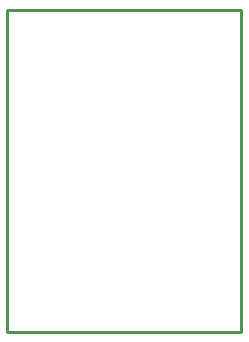
<source format=gko>
G04 Layer: BoardOutlineLayer*
G04 EasyEDA v6.4.31, 2022-02-03 12:49:45*
G04 a9be7c87d83144a3bb2ccb21b8cae2d4,a012b36b664746af8e538b06cf3162c4,10*
G04 Gerber Generator version 0.2*
G04 Scale: 100 percent, Rotated: No, Reflected: No *
G04 Dimensions in millimeters *
G04 leading zeros omitted , absolute positions ,4 integer and 5 decimal *
%FSLAX45Y45*%
%MOMM*%

%ADD10C,0.2540*%
D10*
X1295400Y5803900D02*
G01*
X3276600Y5803900D01*
X3276600Y5487670D01*
X3276600Y3073400D01*
X1295400Y3073400D01*
X1295400Y5803900D01*

%LPD*%
M02*

</source>
